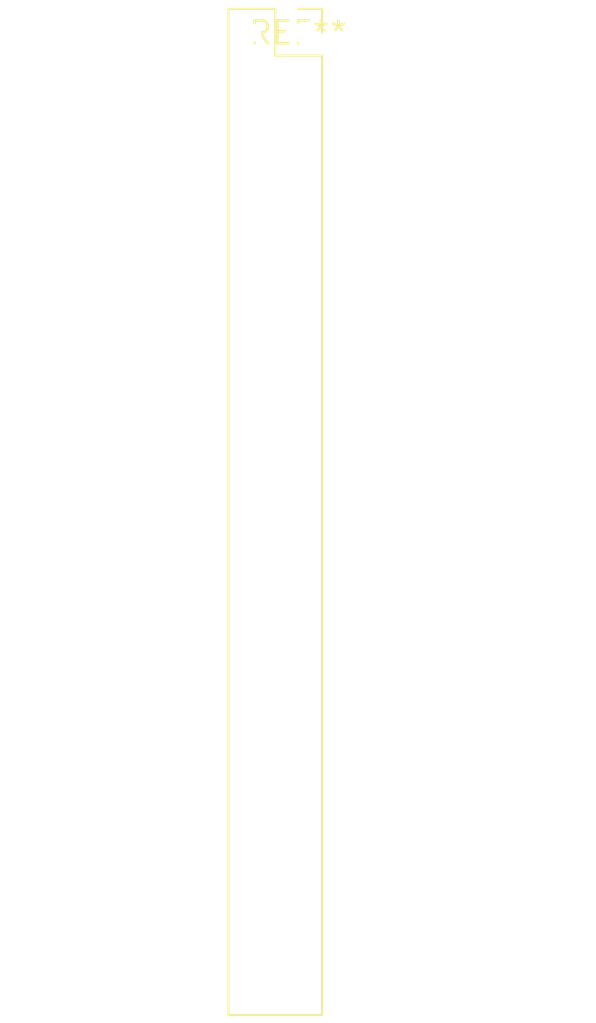
<source format=kicad_pcb>
(kicad_pcb (version 20240108) (generator pcbnew)
  (layers (0 "F.Cu" signal) (31 "B.Cu" signal) (34 "B.Paste" user) (35 "F.Paste" user) (36 "B.SilkS" user "B.Silkscreen") (37 "F.SilkS" user "F.Silkscreen") (38 "B.Mask" user) (39 "F.Mask" user) (44 "Edge.Cuts" user))
  (net 0 "")
  (footprint "PinSocket_2x22_P2.54mm_Vertical" (layer "F.Cu") (at 0 0)
    (property "Reference" "REF**")
    (property "Value" "PinSocket_2x22_P2.54mm_Vertical")
    (fp_line (start -3.87 -1.33) (end -3.87 54.67) (layer "F.SilkS") (stroke (width 0.12)))
    (fp_line (start -3.87 -1.33) (end -1.27 -1.33) (layer "F.SilkS") (stroke (width 0.12)))
    (fp_line (start -3.87 54.67) (end 1.33 54.67) (layer "F.SilkS") (stroke (width 0.12)))
    (fp_line (start -1.27 -1.33) (end -1.27 1.27) (layer "F.SilkS") (stroke (width 0.12)))
    (fp_line (start -1.27 1.27) (end 1.33 1.27) (layer "F.SilkS") (stroke (width 0.12)))
    (fp_line (start 0 -1.33) (end 1.33 -1.33) (layer "F.SilkS") (stroke (width 0.12)))
    (fp_line (start 1.33 -1.33) (end 1.33 0) (layer "F.SilkS") (stroke (width 0.12)))
    (fp_line (start 1.33 1.27) (end 1.33 54.67) (layer "F.SilkS") (stroke (width 0.12)))
    (pad "1" thru_hole rect (at 0 0) (size 1.7 1.7) (drill 1) (layers *.Cu *.Mask) (remove_unused_layers))
    (pad "2" thru_hole oval (at -2.54 0) (size 1.7 1.7) (drill 1) (layers *.Cu *.Mask) (remove_unused_layers))
    (pad "3" thru_hole oval (at 0 2.54) (size 1.7 1.7) (drill 1) (layers *.Cu *.Mask) (remove_unused_layers))
    (pad "4" thru_hole oval (at -2.54 2.54) (size 1.7 1.7) (drill 1) (layers *.Cu *.Mask) (remove_unused_layers))
    (pad "5" thru_hole oval (at 0 5.08) (size 1.7 1.7) (drill 1) (layers *.Cu *.Mask) (remove_unused_layers))
    (pad "6" thru_hole oval (at -2.54 5.08) (size 1.7 1.7) (drill 1) (layers *.Cu *.Mask) (remove_unused_layers))
    (pad "7" thru_hole oval (at 0 7.62) (size 1.7 1.7) (drill 1) (layers *.Cu *.Mask) (remove_unused_layers))
    (pad "8" thru_hole oval (at -2.54 7.62) (size 1.7 1.7) (drill 1) (layers *.Cu *.Mask) (remove_unused_layers))
    (pad "9" thru_hole oval (at 0 10.16) (size 1.7 1.7) (drill 1) (layers *.Cu *.Mask) (remove_unused_layers))
    (pad "10" thru_hole oval (at -2.54 10.16) (size 1.7 1.7) (drill 1) (layers *.Cu *.Mask) (remove_unused_layers))
    (pad "11" thru_hole oval (at 0 12.7) (size 1.7 1.7) (drill 1) (layers *.Cu *.Mask) (remove_unused_layers))
    (pad "12" thru_hole oval (at -2.54 12.7) (size 1.7 1.7) (drill 1) (layers *.Cu *.Mask) (remove_unused_layers))
    (pad "13" thru_hole oval (at 0 15.24) (size 1.7 1.7) (drill 1) (layers *.Cu *.Mask) (remove_unused_layers))
    (pad "14" thru_hole oval (at -2.54 15.24) (size 1.7 1.7) (drill 1) (layers *.Cu *.Mask) (remove_unused_layers))
    (pad "15" thru_hole oval (at 0 17.78) (size 1.7 1.7) (drill 1) (layers *.Cu *.Mask) (remove_unused_layers))
    (pad "16" thru_hole oval (at -2.54 17.78) (size 1.7 1.7) (drill 1) (layers *.Cu *.Mask) (remove_unused_layers))
    (pad "17" thru_hole oval (at 0 20.32) (size 1.7 1.7) (drill 1) (layers *.Cu *.Mask) (remove_unused_layers))
    (pad "18" thru_hole oval (at -2.54 20.32) (size 1.7 1.7) (drill 1) (layers *.Cu *.Mask) (remove_unused_layers))
    (pad "19" thru_hole oval (at 0 22.86) (size 1.7 1.7) (drill 1) (layers *.Cu *.Mask) (remove_unused_layers))
    (pad "20" thru_hole oval (at -2.54 22.86) (size 1.7 1.7) (drill 1) (layers *.Cu *.Mask) (remove_unused_layers))
    (pad "21" thru_hole oval (at 0 25.4) (size 1.7 1.7) (drill 1) (layers *.Cu *.Mask) (remove_unused_layers))
    (pad "22" thru_hole oval (at -2.54 25.4) (size 1.7 1.7) (drill 1) (layers *.Cu *.Mask) (remove_unused_layers))
    (pad "23" thru_hole oval (at 0 27.94) (size 1.7 1.7) (drill 1) (layers *.Cu *.Mask) (remove_unused_layers))
    (pad "24" thru_hole oval (at -2.54 27.94) (size 1.7 1.7) (drill 1) (layers *.Cu *.Mask) (remove_unused_layers))
    (pad "25" thru_hole oval (at 0 30.48) (size 1.7 1.7) (drill 1) (layers *.Cu *.Mask) (remove_unused_layers))
    (pad "26" thru_hole oval (at -2.54 30.48) (size 1.7 1.7) (drill 1) (layers *.Cu *.Mask) (remove_unused_layers))
    (pad "27" thru_hole oval (at 0 33.02) (size 1.7 1.7) (drill 1) (layers *.Cu *.Mask) (remove_unused_layers))
    (pad "28" thru_hole oval (at -2.54 33.02) (size 1.7 1.7) (drill 1) (layers *.Cu *.Mask) (remove_unused_layers))
    (pad "29" thru_hole oval (at 0 35.56) (size 1.7 1.7) (drill 1) (layers *.Cu *.Mask) (remove_unused_layers))
    (pad "30" thru_hole oval (at -2.54 35.56) (size 1.7 1.7) (drill 1) (layers *.Cu *.Mask) (remove_unused_layers))
    (pad "31" thru_hole oval (at 0 38.1) (size 1.7 1.7) (drill 1) (layers *.Cu *.Mask) (remove_unused_layers))
    (pad "32" thru_hole oval (at -2.54 38.1) (size 1.7 1.7) (drill 1) (layers *.Cu *.Mask) (remove_unused_layers))
    (pad "33" thru_hole oval (at 0 40.64) (size 1.7 1.7) (drill 1) (layers *.Cu *.Mask) (remove_unused_layers))
    (pad "34" thru_hole oval (at -2.54 40.64) (size 1.7 1.7) (drill 1) (layers *.Cu *.Mask) (remove_unused_layers))
    (pad "35" thru_hole oval (at 0 43.18) (size 1.7 1.7) (drill 1) (layers *.Cu *.Mask) (remove_unused_layers))
    (pad "36" thru_hole oval (at -2.54 43.18) (size 1.7 1.7) (drill 1) (layers *.Cu *.Mask) (remove_unused_layers))
    (pad "37" thru_hole oval (at 0 45.72) (size 1.7 1.7) (drill 1) (layers *.Cu *.Mask) (remove_unused_layers))
    (pad "38" thru_hole oval (at -2.54 45.72) (size 1.7 1.7) (drill 1) (layers *.Cu *.Mask) (remove_unused_layers))
    (pad "39" thru_hole oval (at 0 48.26) (size 1.7 1.7) (drill 1) (layers *.Cu *.Mask) (remove_unused_layers))
    (pad "40" thru_hole oval (at -2.54 48.26) (size 1.7 1.7) (drill 1) (layers *.Cu *.Mask) (remove_unused_layers))
    (pad "41" thru_hole oval (at 0 50.8) (size 1.7 1.7) (drill 1) (layers *.Cu *.Mask) (remove_unused_layers))
    (pad "42" thru_hole oval (at -2.54 50.8) (size 1.7 1.7) (drill 1) (layers *.Cu *.Mask) (remove_unused_layers))
    (pad "43" thru_hole oval (at 0 53.34) (size 1.7 1.7) (drill 1) (layers *.Cu *.Mask) (remove_unused_layers))
    (pad "44" thru_hole oval (at -2.54 53.34) (size 1.7 1.7) (drill 1) (layers *.Cu *.Mask) (remove_unused_layers))
  )
)
</source>
